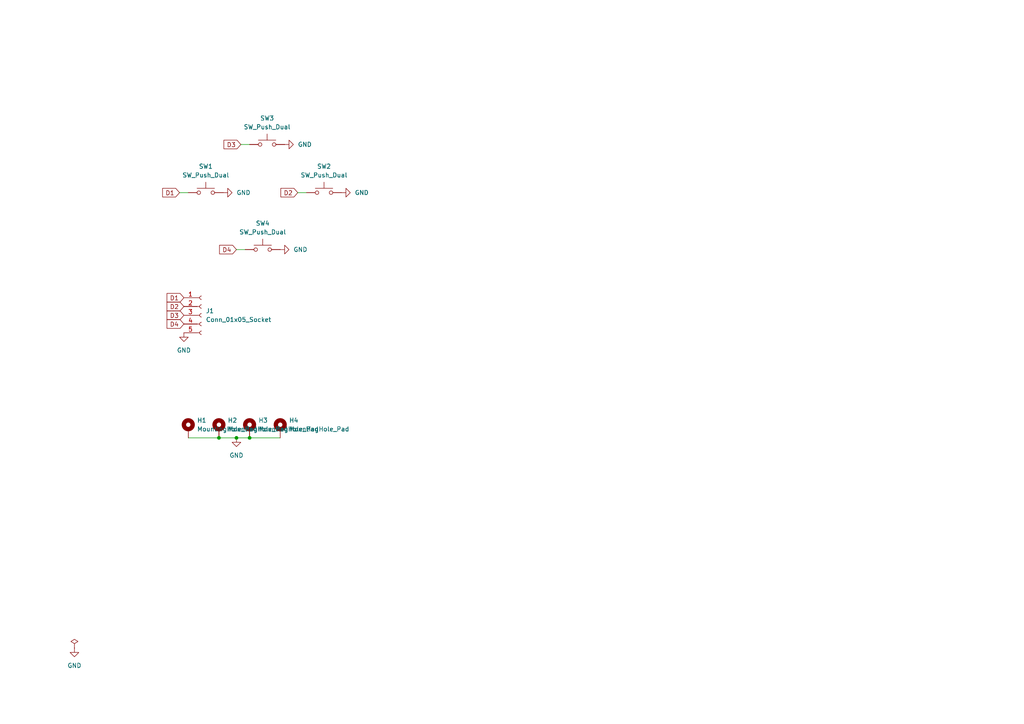
<source format=kicad_sch>
(kicad_sch (version 20230121) (generator eeschema)
  (paper "A4")
  (title_block (title "Pico Controller") (date "2023-09-17") (rev "0"))
  (lib_symbols
    (symbol "Connector:Conn_01x05_Socket" (pin_names (offset 1.016) hide)
      (property "Reference" "J" (at 0 7.62 0))
      (property "Value" "Conn_01x05_Socket" (at 0 -7.62 0))
      (symbol "Conn_01x05_Socket_1_1"
        (arc (start 0 -4.572) (mid -0.5058 -5.08) (end 0 -5.588) (stroke (width 0.1524)))
        (arc (start 0 -2.032) (mid -0.5058 -2.54) (end 0 -3.048) (stroke (width 0.1524)))
        (polyline (pts (xy -1.27 -5.08) (xy -0.508 -5.08)) (stroke (width 0.1524)))
        (polyline (pts (xy -1.27 -2.54) (xy -0.508 -2.54)) (stroke (width 0.1524)))
        (polyline (pts (xy -1.27 0) (xy -0.508 0)) (stroke (width 0.1524)))
        (polyline (pts (xy -1.27 2.54) (xy -0.508 2.54)) (stroke (width 0.1524)))
        (polyline (pts (xy -1.27 5.08) (xy -0.508 5.08)) (stroke (width 0.1524)))
        (arc (start 0 0.508) (mid -0.5058 0) (end 0 -0.508) (stroke (width 0.1524)))
        (arc (start 0 3.048) (mid -0.5058 2.54) (end 0 2.032) (stroke (width 0.1524)))
        (arc (start 0 5.588) (mid -0.5058 5.08) (end 0 4.572) (stroke (width 0.1524)))
        (pin passive line (at -5.08 5.08 0) (length 3.81) (name "Pin_1") (number "1"))
        (pin passive line (at -5.08 2.54 0) (length 3.81) (name "Pin_2") (number "2"))
        (pin passive line (at -5.08 0 0) (length 3.81) (name "Pin_3") (number "3"))
        (pin passive line (at -5.08 -2.54 0) (length 3.81) (name "Pin_4") (number "4"))
        (pin passive line (at -5.08 -5.08 0) (length 3.81) (name "Pin_5") (number "5"))
      )
    )
    (symbol "Mechanical:MountingHole_Pad" (pin_numbers hide) (pin_names (offset 1.016) hide)
      (property "Reference" "H" (at 0 6.35 0))
      (property "Value" "MountingHole_Pad" (at 0 4.445 0))
      (symbol "MountingHole_Pad_0_1"
        (circle (center 0 1.27) (radius 1.27) (stroke (width 1.27)))
      )
      (symbol "MountingHole_Pad_1_1"
        (pin input line (at 0 -2.54 90) (length 2.54) (name "1") (number "1"))
      )
    )
    (symbol "Switch:SW_Push" (pin_numbers hide) (pin_names (offset 1.016) hide)
      (property "Reference" "SW" (at 1.27 2.54 0))
      (property "Value" "SW_Push" (at 0 -1.524 0))
      (symbol "SW_Push_0_1"
        (circle (center -2.032 0) (radius 0.508))
        (polyline (pts (xy 0 1.27) (xy 0 3.048)))
        (polyline (pts (xy 2.54 1.27) (xy -2.54 1.27)))
        (circle (center 2.032 0) (radius 0.508))
        (pin passive line (at -5.08 0 0) (length 2.54) (name "1") (number "1"))
        (pin passive line (at 5.08 0 180) (length 2.54) (name "2") (number "2"))
      )
    )
    (symbol "power:GND" (power) (pin_names (offset 0))
      (property "Value" "GND" (at 0 -3.81 0))
      (symbol "GND_0_1"
        (polyline (pts (xy 0 0) (xy 0 -1.27) (xy 1.27 -1.27) (xy 0 -2.54) (xy -1.27 -1.27) (xy 0 -1.27)))
      )
      (symbol "GND_1_1"
        (pin power_in line (at 0 0 270) (length 0) hide (name "GND") (number "1"))
      )
    )
    (symbol "power:PWR_FLAG" (power) (pin_numbers hide) (pin_names (offset 0) hide)
      (property "Value" "PWR_FLAG" (at 0 3.81 0))
      (symbol "PWR_FLAG_0_0"
        (pin power_out line (at 0 0 90) (length 0) (name "pwr") (number "1"))
      )
      (symbol "PWR_FLAG_0_1"
        (polyline (pts (xy 0 0) (xy 0 1.27) (xy -1.016 1.905) (xy 0 2.54) (xy 1.016 1.905) (xy 0 1.27)))
      )
    )
  )
  (junction (at 72.39 127))
  (junction (at 63.5 127))
  (junction (at 68.58 127))
  (wire (pts (xy 54.61 127) (xy 63.5 127)))
  (wire (pts (xy 72.39 127) (xy 81.28 127)))
  (wire (pts (xy 86.36 55.88) (xy 88.9 55.88)))
  (wire (pts (xy 63.5 127) (xy 68.58 127)))
  (wire (pts (xy 68.58 127) (xy 72.39 127)))
  (wire (pts (xy 69.85 41.91) (xy 72.39 41.91)))
  (wire (pts (xy 68.58 72.39) (xy 71.12 72.39)))
  (wire (pts (xy 52.07 55.88) (xy 54.61 55.88)))
  (global_label "D4" (shape input) (at 53.34 93.98 180) (property "Intersheetrefs" "${INTERSHEET_REFS}" (effects hide)))
  (global_label "D1" (shape input) (at 52.07 55.88 180) (property "Intersheetrefs" "${INTERSHEET_REFS}" (effects hide)))
  (global_label "D1" (shape input) (at 53.34 86.36 180) (property "Intersheetrefs" "${INTERSHEET_REFS}" (effects hide)))
  (global_label "D2" (shape input) (at 86.36 55.88 180) (property "Intersheetrefs" "${INTERSHEET_REFS}" (effects hide)))
  (global_label "D2" (shape input) (at 53.34 88.9 180) (property "Intersheetrefs" "${INTERSHEET_REFS}" (effects hide)))
  (global_label "D3" (shape input) (at 69.85 41.91 180) (property "Intersheetrefs" "${INTERSHEET_REFS}" (effects hide)))
  (global_label "D3" (shape input) (at 53.34 91.44 180) (property "Intersheetrefs" "${INTERSHEET_REFS}" (effects hide)))
  (global_label "D4" (shape input) (at 68.58 72.39 180) (property "Intersheetrefs" "${INTERSHEET_REFS}" (effects hide)))
  (symbol (lib_id "Mechanical:MountingHole_Pad") (at 72.39 124.46 0) (unit 1)
    (property "Reference" "H3" (at 74.93 121.92 0) (effects (justify left)))
    (property "Value" "MountingHole_Pad" (at 74.93 124.46 0) (effects (justify left)))
    (property "Footprint" "MountingHole:MountingHole_3.2mm_M3_Pad" (effects hide))
  )
  (symbol (lib_id "power:GND") (at 81.28 72.39 90) (unit 1)
    (property "Reference" "#PWR015" (effects hide))
    (property "Value" "GND" (at 85.09 72.39 90) (effects (justify right)))
  )
  (symbol (lib_id "Mechanical:MountingHole_Pad") (at 54.61 124.46 0) (unit 1)
    (property "Reference" "H1" (at 57.15 121.92 0) (effects (justify left)))
    (property "Value" "MountingHole_Pad" (at 57.15 124.46 0) (effects (justify left)))
    (property "Footprint" "MountingHole:MountingHole_3.2mm_M3_Pad" (effects hide))
  )
  (symbol (lib_id "Mechanical:MountingHole_Pad") (at 63.5 124.46 0) (unit 1)
    (property "Reference" "H2" (at 66.04 121.92 0) (effects (justify left)))
    (property "Value" "MountingHole_Pad" (at 66.04 124.46 0) (effects (justify left)))
    (property "Footprint" "MountingHole:MountingHole_3.2mm_M3_Pad" (effects hide))
  )
  (symbol (lib_id "power:GND") (at 64.77 55.88 90) (unit 1)
    (property "Reference" "#PWR02" (effects hide))
    (property "Value" "GND" (at 68.58 55.88 90) (effects (justify right)))
  )
  (symbol (lib_id "power:GND") (at 53.34 96.52 0) (unit 1)
    (property "Reference" "#PWR022" (effects hide))
    (property "Value" "GND" (at 53.34 101.6 0))
  )
  (symbol (lib_id "power:GND") (at 68.58 127 0) (unit 1)
    (property "Reference" "#PWR026" (effects hide))
    (property "Value" "GND" (at 68.58 132.08 0))
  )
  (symbol (lib_id "Connector:Conn_01x05_Socket") (at 58.42 91.44 0) (unit 1)
    (property "Reference" "J1" (at 59.69 90.17 0) (effects (justify left)))
    (property "Value" "Conn_01x05_Socket" (at 59.69 92.71 0) (effects (justify left)))
    (property "Footprint" "Connector_PinHeader_2.54mm:PinHeader_1x05_P2.54mm_Vertical" (effects hide))
  )
  (symbol (lib_id "power:GND") (at 21.59 187.96 0) (unit 1)
    (property "Reference" "#PWR04" (effects hide))
    (property "Value" "GND" (at 21.59 193.04 0))
  )
  (symbol (lib_id "Mechanical:MountingHole_Pad") (at 81.28 124.46 0) (unit 1)
    (property "Reference" "H4" (at 83.82 121.92 0) (effects (justify left)))
    (property "Value" "MountingHole_Pad" (at 83.82 124.46 0) (effects (justify left)))
    (property "Footprint" "MountingHole:MountingHole_3.2mm_M3_Pad" (effects hide))
  )
  (symbol (lib_id "Switch:SW_Push") (at 59.69 55.88 0) (unit 1)
    (property "Reference" "SW1" (at 59.69 48.26 0))
    (property "Value" "SW_Push_Dual" (at 59.69 50.8 0))
    (property "Footprint" "Button_Switch_THT:SW_PUSH_6mm" (effects hide))
  )
  (symbol (lib_id "power:PWR_FLAG") (at 21.59 187.96 0) (unit 1)
    (property "Reference" "#FLG01" (effects hide))
    (property "Value" "PWR_FLAG" (effects hide))
  )
  (symbol (lib_id "power:GND") (at 82.55 41.91 90) (unit 1)
    (property "Reference" "#PWR014" (effects hide))
    (property "Value" "GND" (at 86.36 41.91 90) (effects (justify right)))
  )
  (symbol (lib_id "power:GND") (at 99.06 55.88 90) (unit 1)
    (property "Reference" "#PWR013" (effects hide))
    (property "Value" "GND" (at 102.87 55.88 90) (effects (justify right)))
  )
  (symbol (lib_id "Switch:SW_Push") (at 93.98 55.88 0) (unit 1)
    (property "Reference" "SW2" (at 93.98 48.26 0))
    (property "Value" "SW_Push_Dual" (at 93.98 50.8 0))
    (property "Footprint" "Button_Switch_THT:SW_PUSH_6mm" (effects hide))
  )
  (symbol (lib_id "Switch:SW_Push") (at 76.2 72.39 0) (unit 1)
    (property "Reference" "SW4" (at 76.2 64.77 0))
    (property "Value" "SW_Push_Dual" (at 76.2 67.31 0))
    (property "Footprint" "Button_Switch_THT:SW_PUSH_6mm" (effects hide))
  )
  (symbol (lib_id "Switch:SW_Push") (at 77.47 41.91 0) (unit 1)
    (property "Reference" "SW3" (at 77.47 34.29 0))
    (property "Value" "SW_Push_Dual" (at 77.47 36.83 0))
    (property "Footprint" "Button_Switch_THT:SW_PUSH_6mm" (effects hide))
  )
)
</source>
